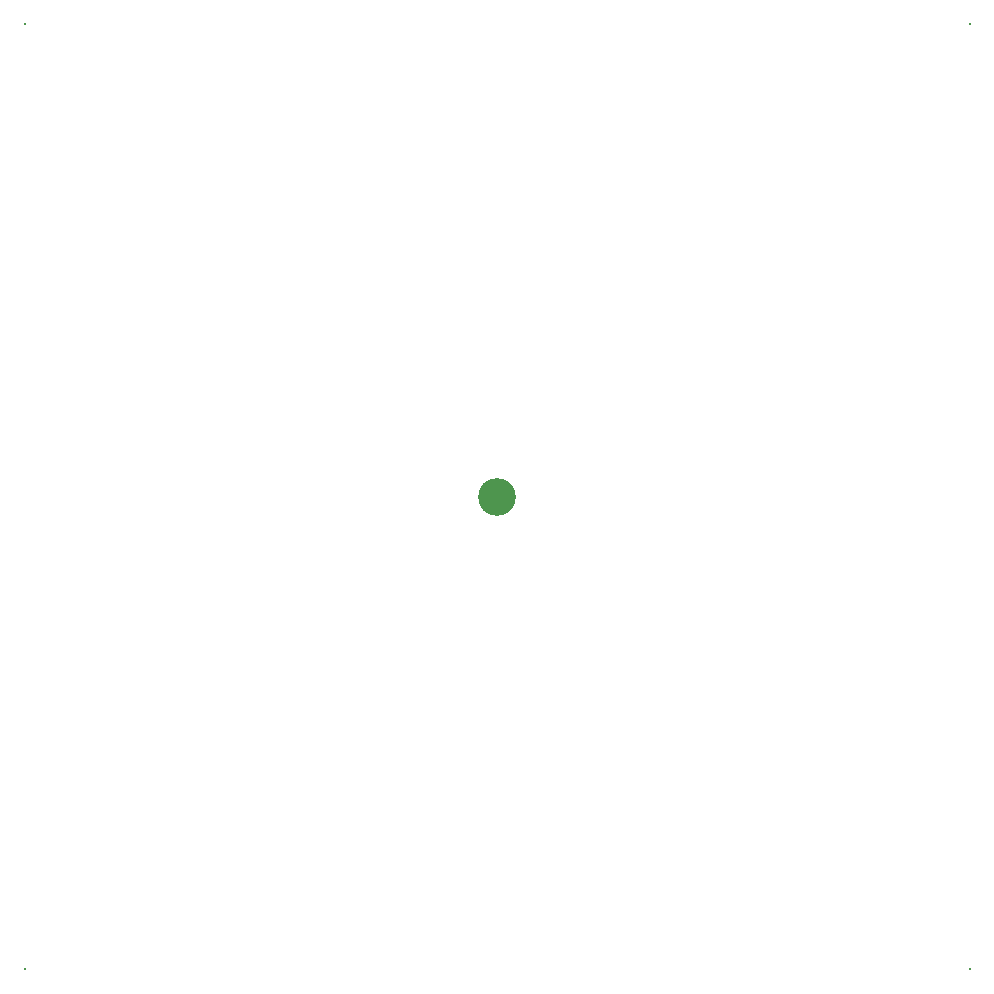
<source format=gts>
G04 Layer_Color=8388736*
%FSLAX25Y25*%
%MOIN*%
G70*
G01*
G75*
%ADD15C,0.12611*%
%ADD16C,0.00800*%
D15*
X0Y0D02*
D03*
D16*
X-157480Y-157480D02*
D03*
X157480D02*
D03*
Y157480D02*
D03*
X-157480D02*
D03*
M02*

</source>
